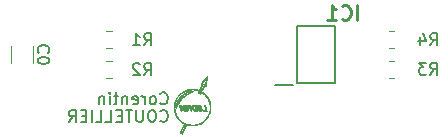
<source format=gbr>
%TF.GenerationSoftware,KiCad,Pcbnew,(5.1.0)-1*%
%TF.CreationDate,2024-04-08T09:54:17+02:00*%
%TF.ProjectId,USB-UART_RS422,5553422d-5541-4525-945f-52533432322e,rev?*%
%TF.SameCoordinates,Original*%
%TF.FileFunction,Legend,Bot*%
%TF.FilePolarity,Positive*%
%FSLAX46Y46*%
G04 Gerber Fmt 4.6, Leading zero omitted, Abs format (unit mm)*
G04 Created by KiCad (PCBNEW (5.1.0)-1) date 2024-04-08 09:54:17*
%MOMM*%
%LPD*%
G04 APERTURE LIST*
%ADD10C,0.150000*%
%ADD11C,0.120000*%
%ADD12C,0.010000*%
%ADD13C,0.200000*%
%ADD14C,0.254000*%
G04 APERTURE END LIST*
D10*
X129821428Y-101607142D02*
X129869047Y-101654761D01*
X130011904Y-101702380D01*
X130107142Y-101702380D01*
X130250000Y-101654761D01*
X130345238Y-101559523D01*
X130392857Y-101464285D01*
X130440476Y-101273809D01*
X130440476Y-101130952D01*
X130392857Y-100940476D01*
X130345238Y-100845238D01*
X130250000Y-100750000D01*
X130107142Y-100702380D01*
X130011904Y-100702380D01*
X129869047Y-100750000D01*
X129821428Y-100797619D01*
X129202380Y-100702380D02*
X129011904Y-100702380D01*
X128916666Y-100750000D01*
X128821428Y-100845238D01*
X128773809Y-101035714D01*
X128773809Y-101369047D01*
X128821428Y-101559523D01*
X128916666Y-101654761D01*
X129011904Y-101702380D01*
X129202380Y-101702380D01*
X129297619Y-101654761D01*
X129392857Y-101559523D01*
X129440476Y-101369047D01*
X129440476Y-101035714D01*
X129392857Y-100845238D01*
X129297619Y-100750000D01*
X129202380Y-100702380D01*
X128345238Y-100702380D02*
X128345238Y-101511904D01*
X128297619Y-101607142D01*
X128250000Y-101654761D01*
X128154761Y-101702380D01*
X127964285Y-101702380D01*
X127869047Y-101654761D01*
X127821428Y-101607142D01*
X127773809Y-101511904D01*
X127773809Y-100702380D01*
X127440476Y-100702380D02*
X126869047Y-100702380D01*
X127154761Y-101702380D02*
X127154761Y-100702380D01*
X126535714Y-101178571D02*
X126202380Y-101178571D01*
X126059523Y-101702380D02*
X126535714Y-101702380D01*
X126535714Y-100702380D01*
X126059523Y-100702380D01*
X125154761Y-101702380D02*
X125630952Y-101702380D01*
X125630952Y-100702380D01*
X124345238Y-101702380D02*
X124821428Y-101702380D01*
X124821428Y-100702380D01*
X124011904Y-101702380D02*
X124011904Y-100702380D01*
X123535714Y-101178571D02*
X123202380Y-101178571D01*
X123059523Y-101702380D02*
X123535714Y-101702380D01*
X123535714Y-100702380D01*
X123059523Y-100702380D01*
X122059523Y-101702380D02*
X122392857Y-101226190D01*
X122630952Y-101702380D02*
X122630952Y-100702380D01*
X122249999Y-100702380D01*
X122154761Y-100750000D01*
X122107142Y-100797619D01*
X122059523Y-100892857D01*
X122059523Y-101035714D01*
X122107142Y-101130952D01*
X122154761Y-101178571D01*
X122249999Y-101226190D01*
X122630952Y-101226190D01*
X129809523Y-100107142D02*
X129857142Y-100154761D01*
X130000000Y-100202380D01*
X130095238Y-100202380D01*
X130238095Y-100154761D01*
X130333333Y-100059523D01*
X130380952Y-99964285D01*
X130428571Y-99773809D01*
X130428571Y-99630952D01*
X130380952Y-99440476D01*
X130333333Y-99345238D01*
X130238095Y-99250000D01*
X130095238Y-99202380D01*
X130000000Y-99202380D01*
X129857142Y-99250000D01*
X129809523Y-99297619D01*
X129238095Y-100202380D02*
X129333333Y-100154761D01*
X129380952Y-100107142D01*
X129428571Y-100011904D01*
X129428571Y-99726190D01*
X129380952Y-99630952D01*
X129333333Y-99583333D01*
X129238095Y-99535714D01*
X129095238Y-99535714D01*
X129000000Y-99583333D01*
X128952380Y-99630952D01*
X128904761Y-99726190D01*
X128904761Y-100011904D01*
X128952380Y-100107142D01*
X129000000Y-100154761D01*
X129095238Y-100202380D01*
X129238095Y-100202380D01*
X128476190Y-100202380D02*
X128476190Y-99535714D01*
X128476190Y-99726190D02*
X128428571Y-99630952D01*
X128380952Y-99583333D01*
X128285714Y-99535714D01*
X128190476Y-99535714D01*
X127476190Y-100154761D02*
X127571428Y-100202380D01*
X127761904Y-100202380D01*
X127857142Y-100154761D01*
X127904761Y-100059523D01*
X127904761Y-99678571D01*
X127857142Y-99583333D01*
X127761904Y-99535714D01*
X127571428Y-99535714D01*
X127476190Y-99583333D01*
X127428571Y-99678571D01*
X127428571Y-99773809D01*
X127904761Y-99869047D01*
X127000000Y-99535714D02*
X127000000Y-100202380D01*
X127000000Y-99630952D02*
X126952380Y-99583333D01*
X126857142Y-99535714D01*
X126714285Y-99535714D01*
X126619047Y-99583333D01*
X126571428Y-99678571D01*
X126571428Y-100202380D01*
X126238095Y-99535714D02*
X125857142Y-99535714D01*
X126095238Y-99202380D02*
X126095238Y-100059523D01*
X126047619Y-100154761D01*
X125952380Y-100202380D01*
X125857142Y-100202380D01*
X125523809Y-100202380D02*
X125523809Y-99535714D01*
X125523809Y-99202380D02*
X125571428Y-99250000D01*
X125523809Y-99297619D01*
X125476190Y-99250000D01*
X125523809Y-99202380D01*
X125523809Y-99297619D01*
X125047619Y-99535714D02*
X125047619Y-100202380D01*
X125047619Y-99630952D02*
X125000000Y-99583333D01*
X124904761Y-99535714D01*
X124761904Y-99535714D01*
X124666666Y-99583333D01*
X124619047Y-99678571D01*
X124619047Y-100202380D01*
D11*
%TO.C,R3*%
X149152936Y-96535000D02*
X149607064Y-96535000D01*
X149152936Y-98005000D02*
X149607064Y-98005000D01*
D12*
%TO.C,G\002A\002A\002A*%
G36*
X132497186Y-99053407D02*
G01*
X132447568Y-99059671D01*
X132388216Y-99069016D01*
X132324125Y-99080544D01*
X132260291Y-99093358D01*
X132201711Y-99106563D01*
X132154871Y-99118826D01*
X132024210Y-99166077D01*
X131892364Y-99231912D01*
X131761573Y-99314889D01*
X131634073Y-99413561D01*
X131512106Y-99526486D01*
X131493480Y-99545546D01*
X131386238Y-99669098D01*
X131298188Y-99797673D01*
X131228549Y-99932561D01*
X131180468Y-100062040D01*
X131167378Y-100107576D01*
X131153401Y-100161353D01*
X131139282Y-100219866D01*
X131125763Y-100279610D01*
X131113588Y-100337078D01*
X131103501Y-100388765D01*
X131096246Y-100431167D01*
X131092564Y-100460776D01*
X131093103Y-100473944D01*
X131107696Y-100483216D01*
X131125799Y-100473882D01*
X131128506Y-100470980D01*
X131136428Y-100458742D01*
X131152585Y-100431377D01*
X131175441Y-100391575D01*
X131203458Y-100342026D01*
X131235100Y-100285419D01*
X131253367Y-100252476D01*
X131306116Y-100158444D01*
X131352639Y-100079195D01*
X131395533Y-100011207D01*
X131437394Y-99950962D01*
X131480820Y-99894936D01*
X131528409Y-99839609D01*
X131582758Y-99781460D01*
X131646463Y-99716969D01*
X131653634Y-99709851D01*
X131734131Y-99630885D01*
X131804324Y-99564397D01*
X131867665Y-99507909D01*
X131927607Y-99458944D01*
X131987600Y-99415023D01*
X132051096Y-99373667D01*
X132121547Y-99332399D01*
X132202405Y-99288740D01*
X132297120Y-99240212D01*
X132332360Y-99222529D01*
X132394987Y-99190951D01*
X132451996Y-99161699D01*
X132500282Y-99136411D01*
X132348974Y-99136411D01*
X132347353Y-99140811D01*
X132333698Y-99150184D01*
X132306374Y-99165725D01*
X132263748Y-99188630D01*
X132225680Y-99208764D01*
X132130653Y-99260341D01*
X132046489Y-99309605D01*
X131969814Y-99359133D01*
X131897258Y-99411500D01*
X131825447Y-99469283D01*
X131751009Y-99535057D01*
X131670572Y-99611399D01*
X131580763Y-99700884D01*
X131578823Y-99702850D01*
X131509331Y-99775137D01*
X131451510Y-99840034D01*
X131401250Y-99902951D01*
X131354438Y-99969294D01*
X131306963Y-100044473D01*
X131265664Y-100114749D01*
X131240008Y-100158919D01*
X131218097Y-100195732D01*
X131201801Y-100222112D01*
X131192992Y-100234984D01*
X131192019Y-100235724D01*
X131193528Y-100225511D01*
X131199614Y-100199762D01*
X131209279Y-100162484D01*
X131220274Y-100122168D01*
X131257561Y-100010651D01*
X131306137Y-99900053D01*
X131362693Y-99797237D01*
X131412239Y-99724161D01*
X131459296Y-99666998D01*
X131518664Y-99602939D01*
X131585757Y-99536375D01*
X131655991Y-99471696D01*
X131724779Y-99413295D01*
X131784466Y-99367730D01*
X131878896Y-99306834D01*
X131980859Y-99251983D01*
X132085589Y-99205213D01*
X132188313Y-99168565D01*
X132284264Y-99144075D01*
X132322644Y-99137738D01*
X132340193Y-99135785D01*
X132348974Y-99136411D01*
X132500282Y-99136411D01*
X132500714Y-99136185D01*
X132517150Y-99127320D01*
X132388240Y-99127320D01*
X132383160Y-99132400D01*
X132378080Y-99127320D01*
X132383160Y-99122240D01*
X132388240Y-99127320D01*
X132517150Y-99127320D01*
X132538467Y-99115823D01*
X132562580Y-99102027D01*
X132569970Y-99096975D01*
X132580696Y-99077738D01*
X132573406Y-99062026D01*
X132550389Y-99052611D01*
X132532073Y-99051120D01*
X132497186Y-99053407D01*
X132497186Y-99053407D01*
G37*
X132497186Y-99053407D02*
X132447568Y-99059671D01*
X132388216Y-99069016D01*
X132324125Y-99080544D01*
X132260291Y-99093358D01*
X132201711Y-99106563D01*
X132154871Y-99118826D01*
X132024210Y-99166077D01*
X131892364Y-99231912D01*
X131761573Y-99314889D01*
X131634073Y-99413561D01*
X131512106Y-99526486D01*
X131493480Y-99545546D01*
X131386238Y-99669098D01*
X131298188Y-99797673D01*
X131228549Y-99932561D01*
X131180468Y-100062040D01*
X131167378Y-100107576D01*
X131153401Y-100161353D01*
X131139282Y-100219866D01*
X131125763Y-100279610D01*
X131113588Y-100337078D01*
X131103501Y-100388765D01*
X131096246Y-100431167D01*
X131092564Y-100460776D01*
X131093103Y-100473944D01*
X131107696Y-100483216D01*
X131125799Y-100473882D01*
X131128506Y-100470980D01*
X131136428Y-100458742D01*
X131152585Y-100431377D01*
X131175441Y-100391575D01*
X131203458Y-100342026D01*
X131235100Y-100285419D01*
X131253367Y-100252476D01*
X131306116Y-100158444D01*
X131352639Y-100079195D01*
X131395533Y-100011207D01*
X131437394Y-99950962D01*
X131480820Y-99894936D01*
X131528409Y-99839609D01*
X131582758Y-99781460D01*
X131646463Y-99716969D01*
X131653634Y-99709851D01*
X131734131Y-99630885D01*
X131804324Y-99564397D01*
X131867665Y-99507909D01*
X131927607Y-99458944D01*
X131987600Y-99415023D01*
X132051096Y-99373667D01*
X132121547Y-99332399D01*
X132202405Y-99288740D01*
X132297120Y-99240212D01*
X132332360Y-99222529D01*
X132394987Y-99190951D01*
X132451996Y-99161699D01*
X132500282Y-99136411D01*
X132348974Y-99136411D01*
X132347353Y-99140811D01*
X132333698Y-99150184D01*
X132306374Y-99165725D01*
X132263748Y-99188630D01*
X132225680Y-99208764D01*
X132130653Y-99260341D01*
X132046489Y-99309605D01*
X131969814Y-99359133D01*
X131897258Y-99411500D01*
X131825447Y-99469283D01*
X131751009Y-99535057D01*
X131670572Y-99611399D01*
X131580763Y-99700884D01*
X131578823Y-99702850D01*
X131509331Y-99775137D01*
X131451510Y-99840034D01*
X131401250Y-99902951D01*
X131354438Y-99969294D01*
X131306963Y-100044473D01*
X131265664Y-100114749D01*
X131240008Y-100158919D01*
X131218097Y-100195732D01*
X131201801Y-100222112D01*
X131192992Y-100234984D01*
X131192019Y-100235724D01*
X131193528Y-100225511D01*
X131199614Y-100199762D01*
X131209279Y-100162484D01*
X131220274Y-100122168D01*
X131257561Y-100010651D01*
X131306137Y-99900053D01*
X131362693Y-99797237D01*
X131412239Y-99724161D01*
X131459296Y-99666998D01*
X131518664Y-99602939D01*
X131585757Y-99536375D01*
X131655991Y-99471696D01*
X131724779Y-99413295D01*
X131784466Y-99367730D01*
X131878896Y-99306834D01*
X131980859Y-99251983D01*
X132085589Y-99205213D01*
X132188313Y-99168565D01*
X132284264Y-99144075D01*
X132322644Y-99137738D01*
X132340193Y-99135785D01*
X132348974Y-99136411D01*
X132500282Y-99136411D01*
X132500714Y-99136185D01*
X132517150Y-99127320D01*
X132388240Y-99127320D01*
X132383160Y-99132400D01*
X132378080Y-99127320D01*
X132383160Y-99122240D01*
X132388240Y-99127320D01*
X132517150Y-99127320D01*
X132538467Y-99115823D01*
X132562580Y-99102027D01*
X132569970Y-99096975D01*
X132580696Y-99077738D01*
X132573406Y-99062026D01*
X132550389Y-99052611D01*
X132532073Y-99051120D01*
X132497186Y-99053407D01*
G36*
X131428011Y-100240343D02*
G01*
X131405918Y-100242503D01*
X131396446Y-100247290D01*
X131395752Y-100255677D01*
X131396256Y-100257620D01*
X131399707Y-100272619D01*
X131406434Y-100304290D01*
X131415765Y-100349374D01*
X131427026Y-100404609D01*
X131439544Y-100466736D01*
X131442935Y-100483680D01*
X131455700Y-100547468D01*
X131467370Y-100605598D01*
X131477269Y-100654711D01*
X131484718Y-100691447D01*
X131489040Y-100712444D01*
X131489548Y-100714820D01*
X131495160Y-100728608D01*
X131507879Y-100735420D01*
X131533375Y-100737587D01*
X131545154Y-100737680D01*
X131574033Y-100736304D01*
X131592270Y-100732790D01*
X131595584Y-100730060D01*
X131593558Y-100718038D01*
X131588062Y-100689570D01*
X131579781Y-100648101D01*
X131569401Y-100597073D01*
X131560722Y-100554948D01*
X131549409Y-100499533D01*
X131539927Y-100451569D01*
X131532904Y-100414363D01*
X131528969Y-100391217D01*
X131528431Y-100385063D01*
X131532811Y-100393220D01*
X131543558Y-100417350D01*
X131559445Y-100454577D01*
X131579247Y-100502028D01*
X131601735Y-100556827D01*
X131602064Y-100557634D01*
X131673304Y-100732600D01*
X131725972Y-100735670D01*
X131778640Y-100738741D01*
X131779691Y-100552790D01*
X131780742Y-100366840D01*
X131855546Y-100732600D01*
X131908533Y-100735670D01*
X131938198Y-100736753D01*
X131957427Y-100736234D01*
X131961520Y-100735054D01*
X131959577Y-100724527D01*
X131954209Y-100697476D01*
X131946106Y-100657274D01*
X131935959Y-100607294D01*
X131924460Y-100550911D01*
X131912300Y-100491499D01*
X131900169Y-100432431D01*
X131888758Y-100377080D01*
X131878759Y-100328822D01*
X131870863Y-100291030D01*
X131865760Y-100267076D01*
X131864687Y-100262261D01*
X131860542Y-100250256D01*
X131851937Y-100243567D01*
X131834194Y-100240986D01*
X131802633Y-100241306D01*
X131785957Y-100241941D01*
X131712600Y-100244920D01*
X131707520Y-100409188D01*
X131705510Y-100464845D01*
X131703218Y-100513062D01*
X131700858Y-100550317D01*
X131698639Y-100573091D01*
X131697360Y-100578473D01*
X131691910Y-100571256D01*
X131679811Y-100548161D01*
X131662411Y-100511993D01*
X131641060Y-100465553D01*
X131617114Y-100411665D01*
X131541947Y-100239840D01*
X131466569Y-100239840D01*
X131428011Y-100240343D01*
X131428011Y-100240343D01*
G37*
X131428011Y-100240343D02*
X131405918Y-100242503D01*
X131396446Y-100247290D01*
X131395752Y-100255677D01*
X131396256Y-100257620D01*
X131399707Y-100272619D01*
X131406434Y-100304290D01*
X131415765Y-100349374D01*
X131427026Y-100404609D01*
X131439544Y-100466736D01*
X131442935Y-100483680D01*
X131455700Y-100547468D01*
X131467370Y-100605598D01*
X131477269Y-100654711D01*
X131484718Y-100691447D01*
X131489040Y-100712444D01*
X131489548Y-100714820D01*
X131495160Y-100728608D01*
X131507879Y-100735420D01*
X131533375Y-100737587D01*
X131545154Y-100737680D01*
X131574033Y-100736304D01*
X131592270Y-100732790D01*
X131595584Y-100730060D01*
X131593558Y-100718038D01*
X131588062Y-100689570D01*
X131579781Y-100648101D01*
X131569401Y-100597073D01*
X131560722Y-100554948D01*
X131549409Y-100499533D01*
X131539927Y-100451569D01*
X131532904Y-100414363D01*
X131528969Y-100391217D01*
X131528431Y-100385063D01*
X131532811Y-100393220D01*
X131543558Y-100417350D01*
X131559445Y-100454577D01*
X131579247Y-100502028D01*
X131601735Y-100556827D01*
X131602064Y-100557634D01*
X131673304Y-100732600D01*
X131725972Y-100735670D01*
X131778640Y-100738741D01*
X131779691Y-100552790D01*
X131780742Y-100366840D01*
X131855546Y-100732600D01*
X131908533Y-100735670D01*
X131938198Y-100736753D01*
X131957427Y-100736234D01*
X131961520Y-100735054D01*
X131959577Y-100724527D01*
X131954209Y-100697476D01*
X131946106Y-100657274D01*
X131935959Y-100607294D01*
X131924460Y-100550911D01*
X131912300Y-100491499D01*
X131900169Y-100432431D01*
X131888758Y-100377080D01*
X131878759Y-100328822D01*
X131870863Y-100291030D01*
X131865760Y-100267076D01*
X131864687Y-100262261D01*
X131860542Y-100250256D01*
X131851937Y-100243567D01*
X131834194Y-100240986D01*
X131802633Y-100241306D01*
X131785957Y-100241941D01*
X131712600Y-100244920D01*
X131707520Y-100409188D01*
X131705510Y-100464845D01*
X131703218Y-100513062D01*
X131700858Y-100550317D01*
X131698639Y-100573091D01*
X131697360Y-100578473D01*
X131691910Y-100571256D01*
X131679811Y-100548161D01*
X131662411Y-100511993D01*
X131641060Y-100465553D01*
X131617114Y-100411665D01*
X131541947Y-100239840D01*
X131466569Y-100239840D01*
X131428011Y-100240343D01*
G36*
X132053654Y-100242959D02*
G01*
X132018241Y-100247594D01*
X131994161Y-100256284D01*
X131978431Y-100269970D01*
X131968068Y-100289590D01*
X131962339Y-100307612D01*
X131957995Y-100358881D01*
X131970449Y-100411110D01*
X131997766Y-100457384D01*
X132007078Y-100467600D01*
X132026527Y-100488584D01*
X132032989Y-100502561D01*
X132028629Y-100516065D01*
X132025031Y-100521763D01*
X132017696Y-100537426D01*
X132015440Y-100558250D01*
X132018065Y-100589910D01*
X132021742Y-100615452D01*
X132026504Y-100655190D01*
X132028241Y-100690100D01*
X132026590Y-100712529D01*
X132024099Y-100726849D01*
X132028827Y-100734341D01*
X132045171Y-100737215D01*
X132076659Y-100737680D01*
X132108810Y-100735970D01*
X132132009Y-100731566D01*
X132139370Y-100727439D01*
X132140815Y-100713091D01*
X132138859Y-100684498D01*
X132133933Y-100647370D01*
X132132799Y-100640431D01*
X132126375Y-100596356D01*
X132127123Y-100568474D01*
X132138150Y-100553070D01*
X132162566Y-100546428D01*
X132203476Y-100544833D01*
X132212787Y-100544795D01*
X132240952Y-100544573D01*
X132260088Y-100546278D01*
X132272658Y-100553222D01*
X132281128Y-100568715D01*
X132287961Y-100596069D01*
X132295620Y-100638595D01*
X132299624Y-100661480D01*
X132312212Y-100732600D01*
X132366030Y-100735690D01*
X132419848Y-100738781D01*
X132413350Y-100704142D01*
X132409415Y-100683924D01*
X132402154Y-100647340D01*
X132392279Y-100597941D01*
X132380499Y-100539275D01*
X132367524Y-100474892D01*
X132363953Y-100457211D01*
X132363143Y-100453200D01*
X132257947Y-100453200D01*
X132181591Y-100453200D01*
X132141842Y-100452621D01*
X132116775Y-100449836D01*
X132100762Y-100443270D01*
X132088176Y-100431346D01*
X132083683Y-100425801D01*
X132066542Y-100390002D01*
X132065166Y-100367381D01*
X132068200Y-100336360D01*
X132151210Y-100333422D01*
X132193371Y-100332094D01*
X132219712Y-100334057D01*
X132234730Y-100342756D01*
X132242924Y-100361636D01*
X132248794Y-100394142D01*
X132251231Y-100410020D01*
X132257947Y-100453200D01*
X132363143Y-100453200D01*
X132321056Y-100244920D01*
X132170411Y-100242100D01*
X132103383Y-100241441D01*
X132053654Y-100242959D01*
X132053654Y-100242959D01*
G37*
X132053654Y-100242959D02*
X132018241Y-100247594D01*
X131994161Y-100256284D01*
X131978431Y-100269970D01*
X131968068Y-100289590D01*
X131962339Y-100307612D01*
X131957995Y-100358881D01*
X131970449Y-100411110D01*
X131997766Y-100457384D01*
X132007078Y-100467600D01*
X132026527Y-100488584D01*
X132032989Y-100502561D01*
X132028629Y-100516065D01*
X132025031Y-100521763D01*
X132017696Y-100537426D01*
X132015440Y-100558250D01*
X132018065Y-100589910D01*
X132021742Y-100615452D01*
X132026504Y-100655190D01*
X132028241Y-100690100D01*
X132026590Y-100712529D01*
X132024099Y-100726849D01*
X132028827Y-100734341D01*
X132045171Y-100737215D01*
X132076659Y-100737680D01*
X132108810Y-100735970D01*
X132132009Y-100731566D01*
X132139370Y-100727439D01*
X132140815Y-100713091D01*
X132138859Y-100684498D01*
X132133933Y-100647370D01*
X132132799Y-100640431D01*
X132126375Y-100596356D01*
X132127123Y-100568474D01*
X132138150Y-100553070D01*
X132162566Y-100546428D01*
X132203476Y-100544833D01*
X132212787Y-100544795D01*
X132240952Y-100544573D01*
X132260088Y-100546278D01*
X132272658Y-100553222D01*
X132281128Y-100568715D01*
X132287961Y-100596069D01*
X132295620Y-100638595D01*
X132299624Y-100661480D01*
X132312212Y-100732600D01*
X132366030Y-100735690D01*
X132419848Y-100738781D01*
X132413350Y-100704142D01*
X132409415Y-100683924D01*
X132402154Y-100647340D01*
X132392279Y-100597941D01*
X132380499Y-100539275D01*
X132367524Y-100474892D01*
X132363953Y-100457211D01*
X132363143Y-100453200D01*
X132257947Y-100453200D01*
X132181591Y-100453200D01*
X132141842Y-100452621D01*
X132116775Y-100449836D01*
X132100762Y-100443270D01*
X132088176Y-100431346D01*
X132083683Y-100425801D01*
X132066542Y-100390002D01*
X132065166Y-100367381D01*
X132068200Y-100336360D01*
X132151210Y-100333422D01*
X132193371Y-100332094D01*
X132219712Y-100334057D01*
X132234730Y-100342756D01*
X132242924Y-100361636D01*
X132248794Y-100394142D01*
X132251231Y-100410020D01*
X132257947Y-100453200D01*
X132363143Y-100453200D01*
X132321056Y-100244920D01*
X132170411Y-100242100D01*
X132103383Y-100241441D01*
X132053654Y-100242959D01*
G36*
X132480710Y-100281013D02*
G01*
X132448849Y-100326925D01*
X132433443Y-100383874D01*
X132434566Y-100450876D01*
X132452292Y-100526946D01*
X132460562Y-100550599D01*
X132484174Y-100600311D01*
X132515567Y-100647923D01*
X132550554Y-100688087D01*
X132584949Y-100715454D01*
X132592894Y-100719637D01*
X132616409Y-100726650D01*
X132652555Y-100732975D01*
X132696775Y-100738313D01*
X132744509Y-100742362D01*
X132791199Y-100744821D01*
X132832285Y-100745391D01*
X132863209Y-100743769D01*
X132879412Y-100739657D01*
X132880429Y-100738604D01*
X132880397Y-100725967D01*
X132876696Y-100696322D01*
X132869799Y-100652554D01*
X132869127Y-100648710D01*
X132764160Y-100648710D01*
X132754705Y-100653836D01*
X132728655Y-100655472D01*
X132701728Y-100654326D01*
X132665060Y-100650437D01*
X132640808Y-100643101D01*
X132621067Y-100628937D01*
X132605856Y-100613321D01*
X132577797Y-100573396D01*
X132557428Y-100525891D01*
X132545254Y-100475327D01*
X132541781Y-100426225D01*
X132547514Y-100383105D01*
X132562960Y-100350488D01*
X132575181Y-100339055D01*
X132588423Y-100335874D01*
X132613642Y-100333279D01*
X132644281Y-100331536D01*
X132673786Y-100330913D01*
X132695599Y-100331680D01*
X132703239Y-100333820D01*
X132705151Y-100344122D01*
X132710395Y-100370843D01*
X132718276Y-100410481D01*
X132728100Y-100459536D01*
X132733719Y-100487469D01*
X132744328Y-100540770D01*
X132753328Y-100587202D01*
X132760013Y-100623032D01*
X132763679Y-100644529D01*
X132764160Y-100648710D01*
X132869127Y-100648710D01*
X132860182Y-100597548D01*
X132848317Y-100534188D01*
X132839418Y-100488858D01*
X132791678Y-100250000D01*
X132511724Y-100250000D01*
X132480710Y-100281013D01*
X132480710Y-100281013D01*
G37*
X132480710Y-100281013D02*
X132448849Y-100326925D01*
X132433443Y-100383874D01*
X132434566Y-100450876D01*
X132452292Y-100526946D01*
X132460562Y-100550599D01*
X132484174Y-100600311D01*
X132515567Y-100647923D01*
X132550554Y-100688087D01*
X132584949Y-100715454D01*
X132592894Y-100719637D01*
X132616409Y-100726650D01*
X132652555Y-100732975D01*
X132696775Y-100738313D01*
X132744509Y-100742362D01*
X132791199Y-100744821D01*
X132832285Y-100745391D01*
X132863209Y-100743769D01*
X132879412Y-100739657D01*
X132880429Y-100738604D01*
X132880397Y-100725967D01*
X132876696Y-100696322D01*
X132869799Y-100652554D01*
X132869127Y-100648710D01*
X132764160Y-100648710D01*
X132754705Y-100653836D01*
X132728655Y-100655472D01*
X132701728Y-100654326D01*
X132665060Y-100650437D01*
X132640808Y-100643101D01*
X132621067Y-100628937D01*
X132605856Y-100613321D01*
X132577797Y-100573396D01*
X132557428Y-100525891D01*
X132545254Y-100475327D01*
X132541781Y-100426225D01*
X132547514Y-100383105D01*
X132562960Y-100350488D01*
X132575181Y-100339055D01*
X132588423Y-100335874D01*
X132613642Y-100333279D01*
X132644281Y-100331536D01*
X132673786Y-100330913D01*
X132695599Y-100331680D01*
X132703239Y-100333820D01*
X132705151Y-100344122D01*
X132710395Y-100370843D01*
X132718276Y-100410481D01*
X132728100Y-100459536D01*
X132733719Y-100487469D01*
X132744328Y-100540770D01*
X132753328Y-100587202D01*
X132760013Y-100623032D01*
X132763679Y-100644529D01*
X132764160Y-100648710D01*
X132869127Y-100648710D01*
X132860182Y-100597548D01*
X132848317Y-100534188D01*
X132839418Y-100488858D01*
X132791678Y-100250000D01*
X132511724Y-100250000D01*
X132480710Y-100281013D01*
G36*
X132995205Y-100256428D02*
G01*
X132947053Y-100275332D01*
X132914425Y-100306144D01*
X132898081Y-100348292D01*
X132896240Y-100371415D01*
X132897353Y-100389902D01*
X132904222Y-100399025D01*
X132922149Y-100402090D01*
X132945939Y-100402400D01*
X132976307Y-100401239D01*
X132992353Y-100395988D01*
X133000025Y-100383998D01*
X133001898Y-100377455D01*
X133016749Y-100355304D01*
X133044189Y-100342328D01*
X133078694Y-100338498D01*
X133114739Y-100343783D01*
X133146799Y-100358154D01*
X133167372Y-100378359D01*
X133174429Y-100400056D01*
X133163599Y-100417777D01*
X133134073Y-100432212D01*
X133091814Y-100442778D01*
X133034524Y-100456099D01*
X132986445Y-100471580D01*
X132951547Y-100487766D01*
X132936078Y-100499886D01*
X132927576Y-100521869D01*
X132924584Y-100555117D01*
X132927030Y-100591357D01*
X132934845Y-100622317D01*
X132937165Y-100627382D01*
X132971678Y-100675031D01*
X133018564Y-100712811D01*
X133062907Y-100732878D01*
X133125194Y-100744681D01*
X133189023Y-100745352D01*
X133237160Y-100736986D01*
X133278638Y-100715134D01*
X133307038Y-100678648D01*
X133320379Y-100631632D01*
X133325603Y-100585280D01*
X133274583Y-100585280D01*
X133243820Y-100586335D01*
X133227440Y-100591265D01*
X133219543Y-100602713D01*
X133217098Y-100611039D01*
X133202030Y-100634722D01*
X133174571Y-100648930D01*
X133139796Y-100654229D01*
X133102779Y-100651187D01*
X133068595Y-100640374D01*
X133042319Y-100622357D01*
X133029026Y-100597703D01*
X133028320Y-100589907D01*
X133030474Y-100574993D01*
X133039047Y-100563401D01*
X133057211Y-100553589D01*
X133088135Y-100544011D01*
X133134989Y-100533123D01*
X133152547Y-100529386D01*
X133206009Y-100514838D01*
X133241885Y-100496138D01*
X133262836Y-100470873D01*
X133271522Y-100436628D01*
X133272160Y-100420845D01*
X133262928Y-100366655D01*
X133236577Y-100320904D01*
X133195132Y-100285206D01*
X133140613Y-100261175D01*
X133075044Y-100250424D01*
X133058122Y-100250000D01*
X132995205Y-100256428D01*
X132995205Y-100256428D01*
G37*
X132995205Y-100256428D02*
X132947053Y-100275332D01*
X132914425Y-100306144D01*
X132898081Y-100348292D01*
X132896240Y-100371415D01*
X132897353Y-100389902D01*
X132904222Y-100399025D01*
X132922149Y-100402090D01*
X132945939Y-100402400D01*
X132976307Y-100401239D01*
X132992353Y-100395988D01*
X133000025Y-100383998D01*
X133001898Y-100377455D01*
X133016749Y-100355304D01*
X133044189Y-100342328D01*
X133078694Y-100338498D01*
X133114739Y-100343783D01*
X133146799Y-100358154D01*
X133167372Y-100378359D01*
X133174429Y-100400056D01*
X133163599Y-100417777D01*
X133134073Y-100432212D01*
X133091814Y-100442778D01*
X133034524Y-100456099D01*
X132986445Y-100471580D01*
X132951547Y-100487766D01*
X132936078Y-100499886D01*
X132927576Y-100521869D01*
X132924584Y-100555117D01*
X132927030Y-100591357D01*
X132934845Y-100622317D01*
X132937165Y-100627382D01*
X132971678Y-100675031D01*
X133018564Y-100712811D01*
X133062907Y-100732878D01*
X133125194Y-100744681D01*
X133189023Y-100745352D01*
X133237160Y-100736986D01*
X133278638Y-100715134D01*
X133307038Y-100678648D01*
X133320379Y-100631632D01*
X133325603Y-100585280D01*
X133274583Y-100585280D01*
X133243820Y-100586335D01*
X133227440Y-100591265D01*
X133219543Y-100602713D01*
X133217098Y-100611039D01*
X133202030Y-100634722D01*
X133174571Y-100648930D01*
X133139796Y-100654229D01*
X133102779Y-100651187D01*
X133068595Y-100640374D01*
X133042319Y-100622357D01*
X133029026Y-100597703D01*
X133028320Y-100589907D01*
X133030474Y-100574993D01*
X133039047Y-100563401D01*
X133057211Y-100553589D01*
X133088135Y-100544011D01*
X133134989Y-100533123D01*
X133152547Y-100529386D01*
X133206009Y-100514838D01*
X133241885Y-100496138D01*
X133262836Y-100470873D01*
X133271522Y-100436628D01*
X133272160Y-100420845D01*
X133262928Y-100366655D01*
X133236577Y-100320904D01*
X133195132Y-100285206D01*
X133140613Y-100261175D01*
X133075044Y-100250424D01*
X133058122Y-100250000D01*
X132995205Y-100256428D01*
G36*
X133521700Y-100277414D02*
G01*
X133525351Y-100296564D01*
X133532075Y-100331757D01*
X133541123Y-100379076D01*
X133551747Y-100434605D01*
X133560655Y-100481140D01*
X133594207Y-100656400D01*
X133483984Y-100656400D01*
X133435573Y-100656576D01*
X133403928Y-100657596D01*
X133385495Y-100660199D01*
X133376721Y-100665123D01*
X133374052Y-100673104D01*
X133373899Y-100679260D01*
X133376783Y-100708684D01*
X133380164Y-100724980D01*
X133383066Y-100733436D01*
X133388531Y-100739498D01*
X133399566Y-100743565D01*
X133419177Y-100746034D01*
X133450371Y-100747304D01*
X133496155Y-100747773D01*
X133552745Y-100747840D01*
X133608281Y-100747400D01*
X133655897Y-100746185D01*
X133692247Y-100744348D01*
X133713984Y-100742042D01*
X133718711Y-100740220D01*
X133716643Y-100728518D01*
X133711095Y-100699741D01*
X133702630Y-100656729D01*
X133691809Y-100602320D01*
X133679192Y-100539355D01*
X133670023Y-100493840D01*
X133621824Y-100255080D01*
X133516298Y-100248948D01*
X133521700Y-100277414D01*
X133521700Y-100277414D01*
G37*
X133521700Y-100277414D02*
X133525351Y-100296564D01*
X133532075Y-100331757D01*
X133541123Y-100379076D01*
X133551747Y-100434605D01*
X133560655Y-100481140D01*
X133594207Y-100656400D01*
X133483984Y-100656400D01*
X133435573Y-100656576D01*
X133403928Y-100657596D01*
X133385495Y-100660199D01*
X133376721Y-100665123D01*
X133374052Y-100673104D01*
X133373899Y-100679260D01*
X133376783Y-100708684D01*
X133380164Y-100724980D01*
X133383066Y-100733436D01*
X133388531Y-100739498D01*
X133399566Y-100743565D01*
X133419177Y-100746034D01*
X133450371Y-100747304D01*
X133496155Y-100747773D01*
X133552745Y-100747840D01*
X133608281Y-100747400D01*
X133655897Y-100746185D01*
X133692247Y-100744348D01*
X133713984Y-100742042D01*
X133718711Y-100740220D01*
X133716643Y-100728518D01*
X133711095Y-100699741D01*
X133702630Y-100656729D01*
X133691809Y-100602320D01*
X133679192Y-100539355D01*
X133670023Y-100493840D01*
X133621824Y-100255080D01*
X133516298Y-100248948D01*
X133521700Y-100277414D01*
G36*
X133763582Y-97814904D02*
G01*
X133754480Y-97825505D01*
X133738713Y-97845390D01*
X133717177Y-97870688D01*
X133712131Y-97876394D01*
X133691832Y-97899551D01*
X133662681Y-97933302D01*
X133628917Y-97972697D01*
X133594776Y-98012786D01*
X133564496Y-98048618D01*
X133554716Y-98060288D01*
X133535207Y-98083350D01*
X133515554Y-98106240D01*
X133496926Y-98127902D01*
X133471523Y-98157629D01*
X133451439Y-98181227D01*
X133427785Y-98208962D01*
X133408514Y-98231353D01*
X133399015Y-98242187D01*
X133376244Y-98267971D01*
X133348344Y-98300517D01*
X133318189Y-98336349D01*
X133288651Y-98371990D01*
X133262604Y-98403962D01*
X133242920Y-98428790D01*
X133232472Y-98442997D01*
X133231521Y-98444897D01*
X133239764Y-98452786D01*
X133260711Y-98465642D01*
X133274701Y-98473042D01*
X133300682Y-98486371D01*
X133317771Y-98495567D01*
X133321082Y-98497616D01*
X133317618Y-98506886D01*
X133306853Y-98531676D01*
X133290114Y-98569111D01*
X133268727Y-98616315D01*
X133244022Y-98670411D01*
X133217324Y-98728523D01*
X133189961Y-98787775D01*
X133163261Y-98845292D01*
X133138550Y-98898197D01*
X133117157Y-98943613D01*
X133100409Y-98978665D01*
X133089633Y-99000477D01*
X133086261Y-99006423D01*
X133076400Y-99004185D01*
X133051345Y-98996758D01*
X133015174Y-98985388D01*
X132982499Y-98974788D01*
X132815690Y-98930487D01*
X132646035Y-98905522D01*
X132475303Y-98899474D01*
X132305263Y-98911919D01*
X132137687Y-98942438D01*
X131974342Y-98990610D01*
X131817000Y-99056013D01*
X131667430Y-99138226D01*
X131527401Y-99236829D01*
X131398685Y-99351400D01*
X131398443Y-99351642D01*
X131291587Y-99471551D01*
X131195845Y-99605323D01*
X131113340Y-99749143D01*
X131046194Y-99899191D01*
X130996531Y-100051650D01*
X130986469Y-100092411D01*
X130956918Y-100264336D01*
X130946348Y-100437987D01*
X130954536Y-100611042D01*
X130981259Y-100781178D01*
X131026296Y-100946072D01*
X131081531Y-101086383D01*
X131151910Y-101221479D01*
X131236576Y-101351050D01*
X131333017Y-101472293D01*
X131438721Y-101582404D01*
X131551175Y-101678579D01*
X131667870Y-101758016D01*
X131699496Y-101776076D01*
X131736838Y-101796815D01*
X131768247Y-101814794D01*
X131788751Y-101827144D01*
X131792803Y-101829880D01*
X131794632Y-101835915D01*
X131792129Y-101849320D01*
X131784677Y-101871529D01*
X131771660Y-101903981D01*
X131752462Y-101948111D01*
X131726464Y-102005357D01*
X131693052Y-102077156D01*
X131651608Y-102164945D01*
X131624940Y-102221040D01*
X131586020Y-102302895D01*
X131549957Y-102379015D01*
X131517663Y-102447455D01*
X131490048Y-102506268D01*
X131468026Y-102553511D01*
X131452507Y-102587239D01*
X131444405Y-102605506D01*
X131443418Y-102608208D01*
X131451943Y-102613992D01*
X131474429Y-102625669D01*
X131506183Y-102641071D01*
X131542511Y-102658032D01*
X131578722Y-102674386D01*
X131610122Y-102687968D01*
X131632018Y-102696609D01*
X131639148Y-102698560D01*
X131644341Y-102689689D01*
X131657277Y-102664352D01*
X131677028Y-102624456D01*
X131702665Y-102571910D01*
X131733258Y-102508623D01*
X131767879Y-102436504D01*
X131805599Y-102357463D01*
X131824830Y-102316997D01*
X131863876Y-102235019D01*
X131900430Y-102158832D01*
X131933542Y-102090380D01*
X131962256Y-102031608D01*
X131985621Y-101984461D01*
X132002684Y-101950883D01*
X132012493Y-101932819D01*
X132014334Y-101930235D01*
X132028008Y-101930014D01*
X132054413Y-101934913D01*
X132077565Y-101940971D01*
X132162323Y-101961550D01*
X132259457Y-101978415D01*
X132361199Y-101990526D01*
X132459782Y-101996843D01*
X132499737Y-101997520D01*
X132673422Y-101987624D01*
X132844577Y-101958471D01*
X133011254Y-101910861D01*
X133171507Y-101845594D01*
X133323388Y-101763471D01*
X133464950Y-101665293D01*
X133594246Y-101551858D01*
X133601558Y-101544597D01*
X133708414Y-101424688D01*
X133804156Y-101290916D01*
X133886661Y-101147096D01*
X133953807Y-100997048D01*
X134003470Y-100844589D01*
X134013532Y-100803828D01*
X134043083Y-100631903D01*
X134052232Y-100481595D01*
X133997044Y-100481595D01*
X133982910Y-100655270D01*
X133948823Y-100830058D01*
X133936893Y-100874840D01*
X133914732Y-100940825D01*
X133883142Y-101017498D01*
X133844902Y-101099303D01*
X133802794Y-101180685D01*
X133759595Y-101256088D01*
X133718087Y-101319957D01*
X133705565Y-101337120D01*
X133590879Y-101472501D01*
X133463979Y-101591887D01*
X133325831Y-101694740D01*
X133177405Y-101780525D01*
X133019669Y-101848704D01*
X132853590Y-101898743D01*
X132680136Y-101930103D01*
X132625034Y-101935947D01*
X132582956Y-101939678D01*
X132547621Y-101942807D01*
X132524679Y-101944833D01*
X132520320Y-101945216D01*
X132504524Y-101944914D01*
X132473200Y-101943087D01*
X132431058Y-101940044D01*
X132388240Y-101936559D01*
X132262647Y-101921320D01*
X131948951Y-101921320D01*
X131828598Y-102175320D01*
X131794085Y-102248126D01*
X131759720Y-102320563D01*
X131727269Y-102388912D01*
X131698497Y-102449456D01*
X131675170Y-102498478D01*
X131661064Y-102528057D01*
X131613882Y-102626794D01*
X131579517Y-102612435D01*
X131552545Y-102600560D01*
X131532433Y-102590678D01*
X131531049Y-102589898D01*
X131529062Y-102584000D01*
X131531736Y-102570113D01*
X131539686Y-102546790D01*
X131553526Y-102512583D01*
X131573871Y-102466044D01*
X131601335Y-102405727D01*
X131636532Y-102330184D01*
X131680076Y-102237968D01*
X131683287Y-102231200D01*
X131726334Y-102140423D01*
X131761616Y-102066400D01*
X131790230Y-102007597D01*
X131813271Y-101962481D01*
X131831838Y-101929519D01*
X131847026Y-101907179D01*
X131859933Y-101893928D01*
X131871655Y-101888232D01*
X131883290Y-101888560D01*
X131895933Y-101893378D01*
X131910683Y-101901154D01*
X131917024Y-101904542D01*
X131948951Y-101921320D01*
X132262647Y-101921320D01*
X132246023Y-101919303D01*
X132115986Y-101892065D01*
X131991716Y-101853056D01*
X131866799Y-101800490D01*
X131822570Y-101778976D01*
X131671120Y-101692368D01*
X131534411Y-101591826D01*
X131412174Y-101477079D01*
X131304143Y-101347857D01*
X131210051Y-101203889D01*
X131159289Y-101108520D01*
X131097745Y-100969615D01*
X131052717Y-100835307D01*
X131022962Y-100700315D01*
X131007238Y-100559360D01*
X131003905Y-100448120D01*
X131010346Y-100295983D01*
X131030492Y-100153925D01*
X131065575Y-100016697D01*
X131116827Y-99879051D01*
X131158976Y-99787720D01*
X131245533Y-99633789D01*
X131346012Y-99494652D01*
X131460382Y-99370340D01*
X131588613Y-99260881D01*
X131730674Y-99166307D01*
X131861138Y-99098172D01*
X132025889Y-99032385D01*
X132193237Y-98986748D01*
X132363121Y-98961264D01*
X132535479Y-98955937D01*
X132710250Y-98970771D01*
X132887372Y-99005770D01*
X132964550Y-99027113D01*
X133003095Y-99039485D01*
X133033661Y-99050805D01*
X133051361Y-99059204D01*
X133053670Y-99061198D01*
X133052002Y-99073844D01*
X133042706Y-99099675D01*
X133027596Y-99133888D01*
X133021410Y-99146668D01*
X133004705Y-99181817D01*
X132992939Y-99209297D01*
X132987948Y-99224701D01*
X132988170Y-99226447D01*
X133002178Y-99234133D01*
X133029040Y-99247119D01*
X133063845Y-99263212D01*
X133101686Y-99280215D01*
X133137651Y-99295933D01*
X133166831Y-99308170D01*
X133184317Y-99314730D01*
X133186810Y-99315280D01*
X133195838Y-99306707D01*
X133210399Y-99283885D01*
X133227825Y-99251154D01*
X133233765Y-99238885D01*
X133269876Y-99162490D01*
X133344678Y-99213010D01*
X133481236Y-99317303D01*
X133603542Y-99436048D01*
X133711438Y-99569060D01*
X133804770Y-99716156D01*
X133855299Y-99814446D01*
X133920350Y-99975457D01*
X133965701Y-100140867D01*
X133991286Y-100309853D01*
X133997044Y-100481595D01*
X134052232Y-100481595D01*
X134053653Y-100458252D01*
X134045465Y-100285197D01*
X134018742Y-100115061D01*
X133973705Y-99950167D01*
X133918470Y-99809856D01*
X133841264Y-99662785D01*
X133747876Y-99523287D01*
X133640655Y-99394101D01*
X133521952Y-99277963D01*
X133394116Y-99177611D01*
X133351371Y-99149092D01*
X133293421Y-99112057D01*
X133333591Y-99025708D01*
X133358113Y-98973120D01*
X133385839Y-98913853D01*
X133411294Y-98859604D01*
X133414400Y-98853000D01*
X133439085Y-98800420D01*
X133466850Y-98741091D01*
X133492226Y-98686698D01*
X133495381Y-98679920D01*
X133535721Y-98593201D01*
X133576256Y-98613880D01*
X133604557Y-98627515D01*
X133624052Y-98632625D01*
X133637177Y-98626809D01*
X133646370Y-98607670D01*
X133654067Y-98572809D01*
X133661033Y-98530420D01*
X133668690Y-98483024D01*
X133679293Y-98418956D01*
X133692276Y-98341556D01*
X133707072Y-98254165D01*
X133723113Y-98160124D01*
X133739834Y-98062774D01*
X133749423Y-98007334D01*
X133684357Y-98007334D01*
X133683881Y-98018337D01*
X133680207Y-98046815D01*
X133673729Y-98090243D01*
X133664842Y-98146098D01*
X133653938Y-98211855D01*
X133641412Y-98284987D01*
X133638032Y-98304360D01*
X133628509Y-98358916D01*
X133619149Y-98412820D01*
X133611140Y-98459220D01*
X133606393Y-98486982D01*
X133600438Y-98519580D01*
X133595367Y-98542922D01*
X133592709Y-98551078D01*
X133582181Y-98549673D01*
X133559936Y-98542060D01*
X133550860Y-98538402D01*
X133525266Y-98530096D01*
X133507917Y-98528819D01*
X133505274Y-98530186D01*
X133499506Y-98540859D01*
X133486136Y-98567900D01*
X133466142Y-98609257D01*
X133440504Y-98662881D01*
X133410202Y-98726720D01*
X133376216Y-98798724D01*
X133339525Y-98876841D01*
X133332846Y-98891100D01*
X133295996Y-98969685D01*
X133261888Y-99042189D01*
X133231467Y-99106620D01*
X133205677Y-99160988D01*
X133185463Y-99203303D01*
X133171770Y-99231574D01*
X133165542Y-99243811D01*
X133165277Y-99244160D01*
X133155560Y-99240402D01*
X133132876Y-99230708D01*
X133111458Y-99221300D01*
X133059909Y-99198440D01*
X133226995Y-98843252D01*
X133264162Y-98763944D01*
X133298455Y-98690195D01*
X133328934Y-98624068D01*
X133354659Y-98567629D01*
X133374690Y-98522943D01*
X133388086Y-98492076D01*
X133393908Y-98477093D01*
X133394080Y-98476185D01*
X133385635Y-98464524D01*
X133365130Y-98452332D01*
X133363383Y-98451589D01*
X133336490Y-98438051D01*
X133327682Y-98424818D01*
X133335248Y-98407598D01*
X133342342Y-98398788D01*
X133364531Y-98372938D01*
X133381448Y-98353206D01*
X133434480Y-98291457D01*
X133486478Y-98231216D01*
X133535777Y-98174384D01*
X133580711Y-98122861D01*
X133619614Y-98078551D01*
X133650823Y-98043353D01*
X133672671Y-98019169D01*
X133683494Y-98007901D01*
X133684357Y-98007334D01*
X133749423Y-98007334D01*
X133756667Y-97965457D01*
X133765454Y-97914956D01*
X133773540Y-97862195D01*
X133775974Y-97828350D01*
X133772681Y-97812795D01*
X133763582Y-97814904D01*
X133763582Y-97814904D01*
G37*
X133763582Y-97814904D02*
X133754480Y-97825505D01*
X133738713Y-97845390D01*
X133717177Y-97870688D01*
X133712131Y-97876394D01*
X133691832Y-97899551D01*
X133662681Y-97933302D01*
X133628917Y-97972697D01*
X133594776Y-98012786D01*
X133564496Y-98048618D01*
X133554716Y-98060288D01*
X133535207Y-98083350D01*
X133515554Y-98106240D01*
X133496926Y-98127902D01*
X133471523Y-98157629D01*
X133451439Y-98181227D01*
X133427785Y-98208962D01*
X133408514Y-98231353D01*
X133399015Y-98242187D01*
X133376244Y-98267971D01*
X133348344Y-98300517D01*
X133318189Y-98336349D01*
X133288651Y-98371990D01*
X133262604Y-98403962D01*
X133242920Y-98428790D01*
X133232472Y-98442997D01*
X133231521Y-98444897D01*
X133239764Y-98452786D01*
X133260711Y-98465642D01*
X133274701Y-98473042D01*
X133300682Y-98486371D01*
X133317771Y-98495567D01*
X133321082Y-98497616D01*
X133317618Y-98506886D01*
X133306853Y-98531676D01*
X133290114Y-98569111D01*
X133268727Y-98616315D01*
X133244022Y-98670411D01*
X133217324Y-98728523D01*
X133189961Y-98787775D01*
X133163261Y-98845292D01*
X133138550Y-98898197D01*
X133117157Y-98943613D01*
X133100409Y-98978665D01*
X133089633Y-99000477D01*
X133086261Y-99006423D01*
X133076400Y-99004185D01*
X133051345Y-98996758D01*
X133015174Y-98985388D01*
X132982499Y-98974788D01*
X132815690Y-98930487D01*
X132646035Y-98905522D01*
X132475303Y-98899474D01*
X132305263Y-98911919D01*
X132137687Y-98942438D01*
X131974342Y-98990610D01*
X131817000Y-99056013D01*
X131667430Y-99138226D01*
X131527401Y-99236829D01*
X131398685Y-99351400D01*
X131398443Y-99351642D01*
X131291587Y-99471551D01*
X131195845Y-99605323D01*
X131113340Y-99749143D01*
X131046194Y-99899191D01*
X130996531Y-100051650D01*
X130986469Y-100092411D01*
X130956918Y-100264336D01*
X130946348Y-100437987D01*
X130954536Y-100611042D01*
X130981259Y-100781178D01*
X131026296Y-100946072D01*
X131081531Y-101086383D01*
X131151910Y-101221479D01*
X131236576Y-101351050D01*
X131333017Y-101472293D01*
X131438721Y-101582404D01*
X131551175Y-101678579D01*
X131667870Y-101758016D01*
X131699496Y-101776076D01*
X131736838Y-101796815D01*
X131768247Y-101814794D01*
X131788751Y-101827144D01*
X131792803Y-101829880D01*
X131794632Y-101835915D01*
X131792129Y-101849320D01*
X131784677Y-101871529D01*
X131771660Y-101903981D01*
X131752462Y-101948111D01*
X131726464Y-102005357D01*
X131693052Y-102077156D01*
X131651608Y-102164945D01*
X131624940Y-102221040D01*
X131586020Y-102302895D01*
X131549957Y-102379015D01*
X131517663Y-102447455D01*
X131490048Y-102506268D01*
X131468026Y-102553511D01*
X131452507Y-102587239D01*
X131444405Y-102605506D01*
X131443418Y-102608208D01*
X131451943Y-102613992D01*
X131474429Y-102625669D01*
X131506183Y-102641071D01*
X131542511Y-102658032D01*
X131578722Y-102674386D01*
X131610122Y-102687968D01*
X131632018Y-102696609D01*
X131639148Y-102698560D01*
X131644341Y-102689689D01*
X131657277Y-102664352D01*
X131677028Y-102624456D01*
X131702665Y-102571910D01*
X131733258Y-102508623D01*
X131767879Y-102436504D01*
X131805599Y-102357463D01*
X131824830Y-102316997D01*
X131863876Y-102235019D01*
X131900430Y-102158832D01*
X131933542Y-102090380D01*
X131962256Y-102031608D01*
X131985621Y-101984461D01*
X132002684Y-101950883D01*
X132012493Y-101932819D01*
X132014334Y-101930235D01*
X132028008Y-101930014D01*
X132054413Y-101934913D01*
X132077565Y-101940971D01*
X132162323Y-101961550D01*
X132259457Y-101978415D01*
X132361199Y-101990526D01*
X132459782Y-101996843D01*
X132499737Y-101997520D01*
X132673422Y-101987624D01*
X132844577Y-101958471D01*
X133011254Y-101910861D01*
X133171507Y-101845594D01*
X133323388Y-101763471D01*
X133464950Y-101665293D01*
X133594246Y-101551858D01*
X133601558Y-101544597D01*
X133708414Y-101424688D01*
X133804156Y-101290916D01*
X133886661Y-101147096D01*
X133953807Y-100997048D01*
X134003470Y-100844589D01*
X134013532Y-100803828D01*
X134043083Y-100631903D01*
X134052232Y-100481595D01*
X133997044Y-100481595D01*
X133982910Y-100655270D01*
X133948823Y-100830058D01*
X133936893Y-100874840D01*
X133914732Y-100940825D01*
X133883142Y-101017498D01*
X133844902Y-101099303D01*
X133802794Y-101180685D01*
X133759595Y-101256088D01*
X133718087Y-101319957D01*
X133705565Y-101337120D01*
X133590879Y-101472501D01*
X133463979Y-101591887D01*
X133325831Y-101694740D01*
X133177405Y-101780525D01*
X133019669Y-101848704D01*
X132853590Y-101898743D01*
X132680136Y-101930103D01*
X132625034Y-101935947D01*
X132582956Y-101939678D01*
X132547621Y-101942807D01*
X132524679Y-101944833D01*
X132520320Y-101945216D01*
X132504524Y-101944914D01*
X132473200Y-101943087D01*
X132431058Y-101940044D01*
X132388240Y-101936559D01*
X132262647Y-101921320D01*
X131948951Y-101921320D01*
X131828598Y-102175320D01*
X131794085Y-102248126D01*
X131759720Y-102320563D01*
X131727269Y-102388912D01*
X131698497Y-102449456D01*
X131675170Y-102498478D01*
X131661064Y-102528057D01*
X131613882Y-102626794D01*
X131579517Y-102612435D01*
X131552545Y-102600560D01*
X131532433Y-102590678D01*
X131531049Y-102589898D01*
X131529062Y-102584000D01*
X131531736Y-102570113D01*
X131539686Y-102546790D01*
X131553526Y-102512583D01*
X131573871Y-102466044D01*
X131601335Y-102405727D01*
X131636532Y-102330184D01*
X131680076Y-102237968D01*
X131683287Y-102231200D01*
X131726334Y-102140423D01*
X131761616Y-102066400D01*
X131790230Y-102007597D01*
X131813271Y-101962481D01*
X131831838Y-101929519D01*
X131847026Y-101907179D01*
X131859933Y-101893928D01*
X131871655Y-101888232D01*
X131883290Y-101888560D01*
X131895933Y-101893378D01*
X131910683Y-101901154D01*
X131917024Y-101904542D01*
X131948951Y-101921320D01*
X132262647Y-101921320D01*
X132246023Y-101919303D01*
X132115986Y-101892065D01*
X131991716Y-101853056D01*
X131866799Y-101800490D01*
X131822570Y-101778976D01*
X131671120Y-101692368D01*
X131534411Y-101591826D01*
X131412174Y-101477079D01*
X131304143Y-101347857D01*
X131210051Y-101203889D01*
X131159289Y-101108520D01*
X131097745Y-100969615D01*
X131052717Y-100835307D01*
X131022962Y-100700315D01*
X131007238Y-100559360D01*
X131003905Y-100448120D01*
X131010346Y-100295983D01*
X131030492Y-100153925D01*
X131065575Y-100016697D01*
X131116827Y-99879051D01*
X131158976Y-99787720D01*
X131245533Y-99633789D01*
X131346012Y-99494652D01*
X131460382Y-99370340D01*
X131588613Y-99260881D01*
X131730674Y-99166307D01*
X131861138Y-99098172D01*
X132025889Y-99032385D01*
X132193237Y-98986748D01*
X132363121Y-98961264D01*
X132535479Y-98955937D01*
X132710250Y-98970771D01*
X132887372Y-99005770D01*
X132964550Y-99027113D01*
X133003095Y-99039485D01*
X133033661Y-99050805D01*
X133051361Y-99059204D01*
X133053670Y-99061198D01*
X133052002Y-99073844D01*
X133042706Y-99099675D01*
X133027596Y-99133888D01*
X133021410Y-99146668D01*
X133004705Y-99181817D01*
X132992939Y-99209297D01*
X132987948Y-99224701D01*
X132988170Y-99226447D01*
X133002178Y-99234133D01*
X133029040Y-99247119D01*
X133063845Y-99263212D01*
X133101686Y-99280215D01*
X133137651Y-99295933D01*
X133166831Y-99308170D01*
X133184317Y-99314730D01*
X133186810Y-99315280D01*
X133195838Y-99306707D01*
X133210399Y-99283885D01*
X133227825Y-99251154D01*
X133233765Y-99238885D01*
X133269876Y-99162490D01*
X133344678Y-99213010D01*
X133481236Y-99317303D01*
X133603542Y-99436048D01*
X133711438Y-99569060D01*
X133804770Y-99716156D01*
X133855299Y-99814446D01*
X133920350Y-99975457D01*
X133965701Y-100140867D01*
X133991286Y-100309853D01*
X133997044Y-100481595D01*
X134052232Y-100481595D01*
X134053653Y-100458252D01*
X134045465Y-100285197D01*
X134018742Y-100115061D01*
X133973705Y-99950167D01*
X133918470Y-99809856D01*
X133841264Y-99662785D01*
X133747876Y-99523287D01*
X133640655Y-99394101D01*
X133521952Y-99277963D01*
X133394116Y-99177611D01*
X133351371Y-99149092D01*
X133293421Y-99112057D01*
X133333591Y-99025708D01*
X133358113Y-98973120D01*
X133385839Y-98913853D01*
X133411294Y-98859604D01*
X133414400Y-98853000D01*
X133439085Y-98800420D01*
X133466850Y-98741091D01*
X133492226Y-98686698D01*
X133495381Y-98679920D01*
X133535721Y-98593201D01*
X133576256Y-98613880D01*
X133604557Y-98627515D01*
X133624052Y-98632625D01*
X133637177Y-98626809D01*
X133646370Y-98607670D01*
X133654067Y-98572809D01*
X133661033Y-98530420D01*
X133668690Y-98483024D01*
X133679293Y-98418956D01*
X133692276Y-98341556D01*
X133707072Y-98254165D01*
X133723113Y-98160124D01*
X133739834Y-98062774D01*
X133749423Y-98007334D01*
X133684357Y-98007334D01*
X133683881Y-98018337D01*
X133680207Y-98046815D01*
X133673729Y-98090243D01*
X133664842Y-98146098D01*
X133653938Y-98211855D01*
X133641412Y-98284987D01*
X133638032Y-98304360D01*
X133628509Y-98358916D01*
X133619149Y-98412820D01*
X133611140Y-98459220D01*
X133606393Y-98486982D01*
X133600438Y-98519580D01*
X133595367Y-98542922D01*
X133592709Y-98551078D01*
X133582181Y-98549673D01*
X133559936Y-98542060D01*
X133550860Y-98538402D01*
X133525266Y-98530096D01*
X133507917Y-98528819D01*
X133505274Y-98530186D01*
X133499506Y-98540859D01*
X133486136Y-98567900D01*
X133466142Y-98609257D01*
X133440504Y-98662881D01*
X133410202Y-98726720D01*
X133376216Y-98798724D01*
X133339525Y-98876841D01*
X133332846Y-98891100D01*
X133295996Y-98969685D01*
X133261888Y-99042189D01*
X133231467Y-99106620D01*
X133205677Y-99160988D01*
X133185463Y-99203303D01*
X133171770Y-99231574D01*
X133165542Y-99243811D01*
X133165277Y-99244160D01*
X133155560Y-99240402D01*
X133132876Y-99230708D01*
X133111458Y-99221300D01*
X133059909Y-99198440D01*
X133226995Y-98843252D01*
X133264162Y-98763944D01*
X133298455Y-98690195D01*
X133328934Y-98624068D01*
X133354659Y-98567629D01*
X133374690Y-98522943D01*
X133388086Y-98492076D01*
X133393908Y-98477093D01*
X133394080Y-98476185D01*
X133385635Y-98464524D01*
X133365130Y-98452332D01*
X133363383Y-98451589D01*
X133336490Y-98438051D01*
X133327682Y-98424818D01*
X133335248Y-98407598D01*
X133342342Y-98398788D01*
X133364531Y-98372938D01*
X133381448Y-98353206D01*
X133434480Y-98291457D01*
X133486478Y-98231216D01*
X133535777Y-98174384D01*
X133580711Y-98122861D01*
X133619614Y-98078551D01*
X133650823Y-98043353D01*
X133672671Y-98019169D01*
X133683494Y-98007901D01*
X133684357Y-98007334D01*
X133749423Y-98007334D01*
X133756667Y-97965457D01*
X133765454Y-97914956D01*
X133773540Y-97862195D01*
X133775974Y-97828350D01*
X133772681Y-97812795D01*
X133763582Y-97814904D01*
D11*
%TO.C,C0*%
X119020000Y-96711252D02*
X119020000Y-95288748D01*
X117200000Y-96711252D02*
X117200000Y-95288748D01*
D13*
%TO.C,IC1*%
X141400000Y-98450000D02*
X144600000Y-98450000D01*
X144600000Y-98450000D02*
X144600000Y-93550000D01*
X144600000Y-93550000D02*
X141400000Y-93550000D01*
X141400000Y-93550000D02*
X141400000Y-98450000D01*
X139525000Y-98580000D02*
X141050000Y-98580000D01*
D11*
%TO.C,R1*%
X125687064Y-94015000D02*
X125232936Y-94015000D01*
X125687064Y-95485000D02*
X125232936Y-95485000D01*
%TO.C,R2*%
X125687064Y-96555000D02*
X125232936Y-96555000D01*
X125687064Y-98025000D02*
X125232936Y-98025000D01*
%TO.C,R4*%
X149152936Y-93995000D02*
X149607064Y-93995000D01*
X149152936Y-95465000D02*
X149607064Y-95465000D01*
%TO.C,R3*%
D10*
X152666666Y-97702380D02*
X153000000Y-97226190D01*
X153238095Y-97702380D02*
X153238095Y-96702380D01*
X152857142Y-96702380D01*
X152761904Y-96750000D01*
X152714285Y-96797619D01*
X152666666Y-96892857D01*
X152666666Y-97035714D01*
X152714285Y-97130952D01*
X152761904Y-97178571D01*
X152857142Y-97226190D01*
X153238095Y-97226190D01*
X152333333Y-96702380D02*
X151714285Y-96702380D01*
X152047619Y-97083333D01*
X151904761Y-97083333D01*
X151809523Y-97130952D01*
X151761904Y-97178571D01*
X151714285Y-97273809D01*
X151714285Y-97511904D01*
X151761904Y-97607142D01*
X151809523Y-97654761D01*
X151904761Y-97702380D01*
X152190476Y-97702380D01*
X152285714Y-97654761D01*
X152333333Y-97607142D01*
%TO.C,C0*%
X120317142Y-95833333D02*
X120364761Y-95785714D01*
X120412380Y-95642857D01*
X120412380Y-95547619D01*
X120364761Y-95404761D01*
X120269523Y-95309523D01*
X120174285Y-95261904D01*
X119983809Y-95214285D01*
X119840952Y-95214285D01*
X119650476Y-95261904D01*
X119555238Y-95309523D01*
X119460000Y-95404761D01*
X119412380Y-95547619D01*
X119412380Y-95642857D01*
X119460000Y-95785714D01*
X119507619Y-95833333D01*
X119412380Y-96452380D02*
X119412380Y-96547619D01*
X119460000Y-96642857D01*
X119507619Y-96690476D01*
X119602857Y-96738095D01*
X119793333Y-96785714D01*
X120031428Y-96785714D01*
X120221904Y-96738095D01*
X120317142Y-96690476D01*
X120364761Y-96642857D01*
X120412380Y-96547619D01*
X120412380Y-96452380D01*
X120364761Y-96357142D01*
X120317142Y-96309523D01*
X120221904Y-96261904D01*
X120031428Y-96214285D01*
X119793333Y-96214285D01*
X119602857Y-96261904D01*
X119507619Y-96309523D01*
X119460000Y-96357142D01*
X119412380Y-96452380D01*
%TO.C,IC1*%
D14*
X146489761Y-93074523D02*
X146489761Y-91804523D01*
X145159285Y-92953571D02*
X145219761Y-93014047D01*
X145401190Y-93074523D01*
X145522142Y-93074523D01*
X145703571Y-93014047D01*
X145824523Y-92893095D01*
X145885000Y-92772142D01*
X145945476Y-92530238D01*
X145945476Y-92348809D01*
X145885000Y-92106904D01*
X145824523Y-91985952D01*
X145703571Y-91865000D01*
X145522142Y-91804523D01*
X145401190Y-91804523D01*
X145219761Y-91865000D01*
X145159285Y-91925476D01*
X143949761Y-93074523D02*
X144675476Y-93074523D01*
X144312619Y-93074523D02*
X144312619Y-91804523D01*
X144433571Y-91985952D01*
X144554523Y-92106904D01*
X144675476Y-92167380D01*
%TO.C,R1*%
D10*
X128436666Y-95202380D02*
X128770000Y-94726190D01*
X129008095Y-95202380D02*
X129008095Y-94202380D01*
X128627142Y-94202380D01*
X128531904Y-94250000D01*
X128484285Y-94297619D01*
X128436666Y-94392857D01*
X128436666Y-94535714D01*
X128484285Y-94630952D01*
X128531904Y-94678571D01*
X128627142Y-94726190D01*
X129008095Y-94726190D01*
X127484285Y-95202380D02*
X128055714Y-95202380D01*
X127770000Y-95202380D02*
X127770000Y-94202380D01*
X127865238Y-94345238D01*
X127960476Y-94440476D01*
X128055714Y-94488095D01*
%TO.C,R2*%
X128436666Y-97742380D02*
X128770000Y-97266190D01*
X129008095Y-97742380D02*
X129008095Y-96742380D01*
X128627142Y-96742380D01*
X128531904Y-96790000D01*
X128484285Y-96837619D01*
X128436666Y-96932857D01*
X128436666Y-97075714D01*
X128484285Y-97170952D01*
X128531904Y-97218571D01*
X128627142Y-97266190D01*
X129008095Y-97266190D01*
X128055714Y-96837619D02*
X128008095Y-96790000D01*
X127912857Y-96742380D01*
X127674761Y-96742380D01*
X127579523Y-96790000D01*
X127531904Y-96837619D01*
X127484285Y-96932857D01*
X127484285Y-97028095D01*
X127531904Y-97170952D01*
X128103333Y-97742380D01*
X127484285Y-97742380D01*
%TO.C,R4*%
X152666666Y-95202380D02*
X153000000Y-94726190D01*
X153238095Y-95202380D02*
X153238095Y-94202380D01*
X152857142Y-94202380D01*
X152761904Y-94250000D01*
X152714285Y-94297619D01*
X152666666Y-94392857D01*
X152666666Y-94535714D01*
X152714285Y-94630952D01*
X152761904Y-94678571D01*
X152857142Y-94726190D01*
X153238095Y-94726190D01*
X151809523Y-94535714D02*
X151809523Y-95202380D01*
X152047619Y-94154761D02*
X152285714Y-94869047D01*
X151666666Y-94869047D01*
%TD*%
M02*

</source>
